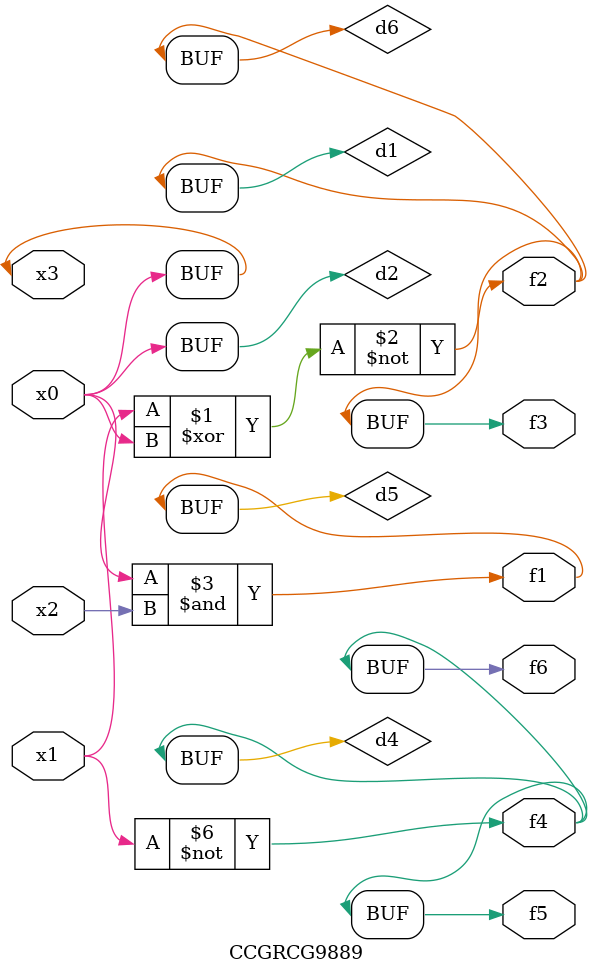
<source format=v>
module CCGRCG9889(
	input x0, x1, x2, x3,
	output f1, f2, f3, f4, f5, f6
);

	wire d1, d2, d3, d4, d5, d6;

	xnor (d1, x1, x3);
	buf (d2, x0, x3);
	nand (d3, x0, x2);
	not (d4, x1);
	nand (d5, d3);
	or (d6, d1);
	assign f1 = d5;
	assign f2 = d6;
	assign f3 = d6;
	assign f4 = d4;
	assign f5 = d4;
	assign f6 = d4;
endmodule

</source>
